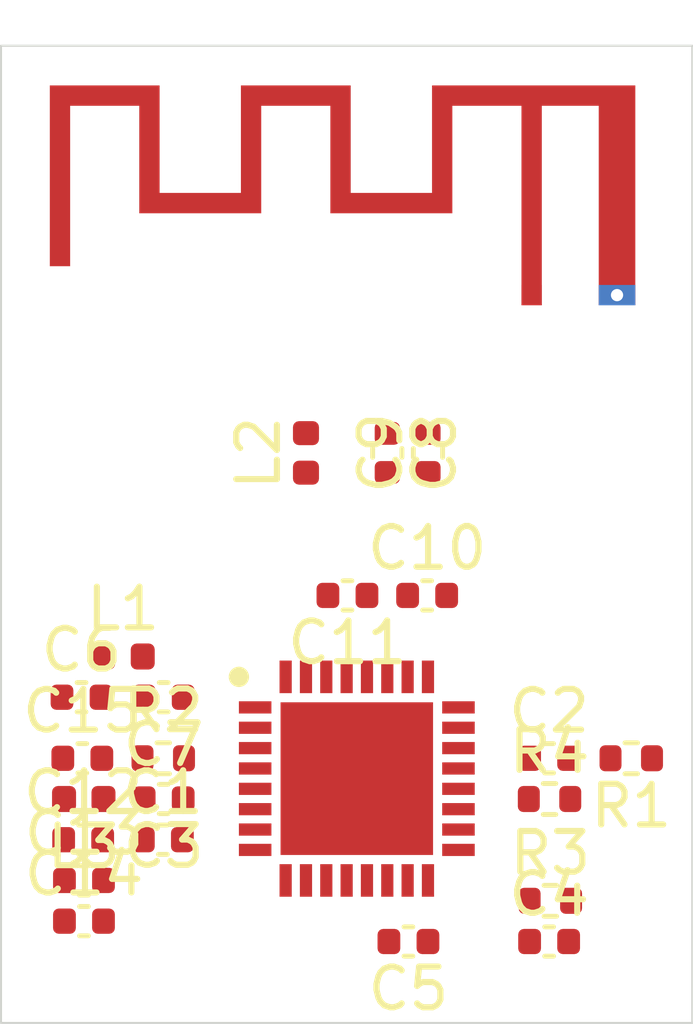
<source format=kicad_pcb>
(kicad_pcb (version 20240108) (generator "pcbnew") (generator_version "8.0")
  (layers (0 "F.Cu" signal) (31 "B.Cu" signal) (34 "B.Paste" user) (35 "F.Paste" user) (36 "B.SilkS" user "B.Silkscreen") (37 "F.SilkS" user "F.Silkscreen") (38 "B.Mask" user) (39 "F.Mask" user) (44 "Edge.Cuts" user))
  (net 0 "")
  (net 1 "GNDREF")
  (net 2 "Net-(AE1-Pad2)")
  (net 3 "Net-(IC1-VDDA1)")
  (net 4 "Net-(IC1-CHIP_PU)")
  (net 5 "Net-(IC1-GPIO13)")
  (net 6 "Net-(IC1-GPIO12)")
  (net 7 "Net-(IC1-ANT)")
  (net 8 "Net-(Y1-X1)")
  (net 9 "Net-(IC1-XTAL_N)")
  (net 10 "Net-(IC1-VDDA3P3_1)")
  (net 13 "Net-(IC1-GPIO9)")
  (net 21 "Net-(IC1-GPIO15)")
  (net 26 "Net-(IC1-XTAL_P)")
  (net 32 "Net-(Q2-B)")
  (footprint "Resistor_SMD:R_0402_1005Metric" (layer "F.Cu") (at 129.51 94)
    (property "Reference" "R3" (at 0 -1.17 360) (layer "F.SilkS"))
    (property "Value" "10 kOhm" (hide yes))
    (fp_line (start -0.153641 -0.38) (end 0.153641 -0.38) (stroke (width 0.12)) (layer "F.SilkS"))
    (fp_line (start -0.153641 0.38) (end 0.153641 0.38) (stroke (width 0.12)) (layer "F.SilkS"))
    (pad "1" smd roundrect (at -0.51 0) (size 0.54 0.64) (layers "F.Cu" "F.Paste" "F.Mask") (net 5 "Net-(IC1-GPIO13)"))
    (pad "2" smd roundrect (at 0.51 0) (size 0.54 0.64) (layers "F.Cu" "F.Paste" "F.Mask") (net 3 "Net-(IC1-VDDA1)"))
  )
  (footprint "Capacitor_SMD:C_0402_1005Metric" (layer "F.Cu") (at 118 90.5)
    (property "Reference" "C15" (at 0 -1.16 0) (layer "F.SilkS"))
    (property "Value" "0.1 uF" (hide yes))
    (fp_line (start -0.107836 -0.36) (end 0.107836 -0.36) (stroke (width 0.12)) (layer "F.SilkS"))
    (fp_line (start -0.107836 0.36) (end 0.107836 0.36) (stroke (width 0.12)) (layer "F.SilkS"))
    (pad "1" smd roundrect (at -0.48 0) (size 0.56 0.62) (layers "F.Cu" "F.Paste" "F.Mask") (net 10 "Net-(IC1-VDDA3P3_1)"))
    (pad "2" smd roundrect (at 0.48 0) (size 0.56 0.62) (layers "F.Cu" "F.Paste" "F.Mask") (net 1 "GNDREF"))
  )
  (footprint "Resistor_SMD:R_0402_1005Metric" (layer "F.Cu") (at 119.99 90.5)
    (property "Reference" "R2" (at 0 -1.17 0) (layer "F.SilkS"))
    (property "Value" "10 kOhm" (hide yes))
    (fp_line (start -0.153641 -0.38) (end 0.153641 -0.38) (stroke (width 0.12)) (layer "F.SilkS"))
    (fp_line (start -0.153641 0.38) (end 0.153641 0.38) (stroke (width 0.12)) (layer "F.SilkS"))
    (pad "1" smd roundrect (at -0.51 0) (size 0.54 0.64) (layers "F.Cu" "F.Paste" "F.Mask") (net 3 "Net-(IC1-VDDA1)"))
    (pad "2" smd roundrect (at 0.51 0) (size 0.54 0.64) (layers "F.Cu" "F.Paste" "F.Mask") (net 4 "Net-(IC1-CHIP_PU)"))
  )
  (footprint "Capacitor_SMD:C_0402_1005Metric" (layer "F.Cu") (at 129.48 95)
    (property "Reference" "C4" (at 0 -1.16 360) (layer "F.SilkS"))
    (property "Value" "0.1 uF" (hide yes))
    (fp_line (start -0.107836 -0.36) (end 0.107836 -0.36) (stroke (width 0.12)) (layer "F.SilkS"))
    (fp_line (start -0.107836 0.36) (end 0.107836 0.36) (stroke (width 0.12)) (layer "F.SilkS"))
    (pad "1" smd roundrect (at -0.48 0) (size 0.56 0.62) (layers "F.Cu" "F.Paste" "F.Mask") (net 5 "Net-(IC1-GPIO13)"))
    (pad "2" smd roundrect (at 0.48 0) (size 0.56 0.62) (layers "F.Cu" "F.Paste" "F.Mask") (net 1 "GNDREF"))
  )
  (footprint "Capacitor_SMD:C_0402_1005Metric" (layer "F.Cu") (at 117.98 89)
    (property "Reference" "C6" (at 0 -1.16 360) (layer "F.SilkS"))
    (property "Value" "1.5 pF" (hide yes))
    (fp_line (start -0.107836 -0.36) (end 0.107836 -0.36) (stroke (width 0.12)) (layer "F.SilkS"))
    (fp_line (start -0.107836 0.36) (end 0.107836 0.36) (stroke (width 0.12)) (layer "F.SilkS"))
    (pad "1" smd roundrect (at -0.48 0) (size 0.56 0.62) (layers "F.Cu" "F.Paste" "F.Mask") (net 2 "Net-(AE1-Pad2)"))
    (pad "2" smd roundrect (at 0.48 0) (size 0.56 0.62) (layers "F.Cu" "F.Paste" "F.Mask") (net 1 "GNDREF"))
  )
  (footprint "ESP32-C6FH4:QFN50P500X500X90-33N" (layer "F.Cu") (at 124.75 91)
    (property "Reference" "IC1" (hide yes))
    (property "Value" "ESP32-C6FH4" (hide yes))
    (fp_circle (center -2.9 -2.5) (end -2.9 -2.375) (stroke (width 0.25)) (fill none) (layer "F.SilkS"))
    (pad "1" smd rect (at -2.5 -1.75 90) (size 0.3 0.8) (layers "F.Cu" "F.Paste" "F.Mask") (net 7 "Net-(IC1-ANT)"))
    (pad "2" smd rect (at -2.5 -1.25 90) (size 0.3 0.8) (layers "F.Cu" "F.Paste" "F.Mask") (net 10 "Net-(IC1-VDDA3P3_1)"))
    (pad "3" smd rect (at -2.5 -0.75 90) (size 0.3 0.8) (layers "F.Cu" "F.Paste" "F.Mask") (net 10 "Net-(IC1-VDDA3P3_1)"))
    (pad "4" smd rect (at -2.5 -0.25 90) (size 0.3 0.8) (layers "F.Cu" "F.Paste" "F.Mask") (net 4 "Net-(IC1-CHIP_PU)"))
    (pad "5" smd rect (at -2.5 0.25 90) (size 0.3 0.8) (layers "F.Cu" "F.Paste" "F.Mask") (net 3 "Net-(IC1-VDDA1)"))
    (pad "6" smd rect (at -2.5 0.75 90) (size 0.3 0.8) (layers "F.Cu" "F.Paste" "F.Mask"))
    (pad "7" smd rect (at -2.5 1.25 90) (size 0.3 0.8) (layers "F.Cu" "F.Paste" "F.Mask"))
    (pad "8" smd rect (at -2.5 1.75 90) (size 0.3 0.8) (layers "F.Cu" "F.Paste" "F.Mask"))
    (pad "9" smd rect (at -1.75 2.5) (size 0.3 0.8) (layers "F.Cu" "F.Paste" "F.Mask"))
    (pad "10" smd rect (at -1.25 2.5) (size 0.3 0.8) (layers "F.Cu" "F.Paste" "F.Mask"))
    (pad "11" smd rect (at -0.75 2.5) (size 0.3 0.8) (layers "F.Cu" "F.Paste" "F.Mask"))
    (pad "12" smd rect (at -0.25 2.5) (size 0.3 0.8) (layers "F.Cu" "F.Paste" "F.Mask"))
    (pad "13" smd rect (at 0.25 2.5) (size 0.3 0.8) (layers "F.Cu" "F.Paste" "F.Mask"))
    (pad "14" smd rect (at 0.75 2.5) (size 0.3 0.8) (layers "F.Cu" "F.Paste" "F.Mask"))
    (pad "15" smd rect (at 1.25 2.5) (size 0.3 0.8) (layers "F.Cu" "F.Paste" "F.Mask") (net 13 "Net-(IC1-GPIO9)"))
    (pad "16" smd rect (at 1.75 2.5) (size 0.3 0.8) (layers "F.Cu" "F.Paste" "F.Mask") (net 6 "Net-(IC1-GPIO12)"))
    (pad "17" smd rect (at 2.5 1.75 90) (size 0.3 0.8) (layers "F.Cu" "F.Paste" "F.Mask") (net 5 "Net-(IC1-GPIO13)"))
    (pad "18" smd rect (at 2.5 1.25 90) (size 0.3 0.8) (layers "F.Cu" "F.Paste" "F.Mask"))
    (pad "19" smd rect (at 2.5 0.75 90) (size 0.3 0.8) (layers "F.Cu" "F.Paste" "F.Mask") (net 21 "Net-(IC1-GPIO15)"))
    (pad "20" smd rect (at 2.5 0.25 90) (size 0.3 0.8) (layers "F.Cu" "F.Paste" "F.Mask") (net 3 "Net-(IC1-VDDA1)"))
    (pad "21" smd rect (at 2.5 -0.25 90) (size 0.3 0.8) (layers "F.Cu" "F.Paste" "F.Mask"))
    (pad "22" smd rect (at 2.5 -0.75 90) (size 0.3 0.8) (layers "F.Cu" "F.Paste" "F.Mask"))
    (pad "23" smd rect (at 2.5 -1.25 90) (size 0.3 0.8) (layers "F.Cu" "F.Paste" "F.Mask"))
    (pad "24" smd rect (at 2.5 -1.75 90) (size 0.3 0.8) (layers "F.Cu" "F.Paste" "F.Mask"))
    (pad "25" smd rect (at 1.75 -2.5) (size 0.3 0.8) (layers "F.Cu" "F.Paste" "F.Mask"))
    (pad "26" smd rect (at 1.25 -2.5) (size 0.3 0.8) (layers "F.Cu" "F.Paste" "F.Mask"))
    (pad "27" smd rect (at 0.75 -2.5) (size 0.3 0.8) (layers "F.Cu" "F.Paste" "F.Mask"))
    (pad "28" smd rect (at 0.25 -2.5) (size 0.3 0.8) (layers "F.Cu" "F.Paste" "F.Mask"))
    (pad "29" smd rect (at -0.25 -2.5) (size 0.3 0.8) (layers "F.Cu" "F.Paste" "F.Mask") (net 3 "Net-(IC1-VDDA1)"))
    (pad "30" smd rect (at -0.75 -2.5) (size 0.3 0.8) (layers "F.Cu" "F.Paste" "F.Mask") (net 9 "Net-(IC1-XTAL_N)"))
    (pad "31" smd rect (at -1.25 -2.5) (size 0.3 0.8) (layers "F.Cu" "F.Paste" "F.Mask") (net 26 "Net-(IC1-XTAL_P)"))
    (pad "32" smd rect (at -1.75 -2.5) (size 0.3 0.8) (layers "F.Cu" "F.Paste" "F.Mask") (net 3 "Net-(IC1-VDDA1)"))
    (pad "33" smd rect (at 0 0) (size 3.75 3.75) (layers "F.Cu" "F.Paste" "F.Mask") (net 1 "GNDREF"))
  )
  (footprint "Capacitor_SMD:C_0402_1005Metric" (layer "F.Cu") (at 118.04 94.5)
    (property "Reference" "C14" (at 0 -1.16 0) (layer "F.SilkS"))
    (property "Value" "10 uF" (hide yes))
    (fp_line (start -0.107836 -0.36) (end 0.107836 -0.36) (stroke (width 0.12)) (layer "F.SilkS"))
    (fp_line (start -0.107836 0.36) (end 0.107836 0.36) (stroke (width 0.12)) (layer "F.SilkS"))
    (pad "1" smd roundrect (at -0.48 0) (size 0.56 0.62) (layers "F.Cu" "F.Paste" "F.Mask") (net 3 "Net-(IC1-VDDA1)"))
    (pad "2" smd roundrect (at 0.48 0) (size 0.56 0.62) (layers "F.Cu" "F.Paste" "F.Mask") (net 1 "GNDREF"))
  )
  (footprint "Capacitor_SMD:C_0402_1005Metric" (layer "F.Cu") (at 129.48 90.5)
    (property "Reference" "C2" (at 0 -1.16 0) (layer "F.SilkS"))
    (property "Value" "0.1 uF" (hide yes))
    (fp_line (start -0.107836 -0.36) (end 0.107836 -0.36) (stroke (width 0.12)) (layer "F.SilkS"))
    (fp_line (start -0.107836 0.36) (end 0.107836 0.36) (stroke (width 0.12)) (layer "F.SilkS"))
    (pad "1" smd roundrect (at -0.48 0) (size 0.56 0.62) (layers "F.Cu" "F.Paste" "F.Mask") (net 3 "Net-(IC1-VDDA1)"))
    (pad "2" smd roundrect (at 0.48 0) (size 0.56 0.62) (layers "F.Cu" "F.Paste" "F.Mask") (net 1 "GNDREF"))
  )
  (footprint "Capacitor_SMD:C_0402_1005Metric" (layer "F.Cu") (at 126.5 83 90)
    (property "Reference" "C9" (at 0 -1.16 270) (layer "F.SilkS"))
    (property "Value" "TBD" (hide yes))
    (fp_line (start -0.107836 -0.36) (end 0.107836 -0.36) (stroke (width 0.12)) (layer "F.SilkS"))
    (fp_line (start -0.107836 0.36) (end 0.107836 0.36) (stroke (width 0.12)) (layer "F.SilkS"))
    (pad "1" smd roundrect (at -0.48 0 90) (size 0.56 0.62) (layers "F.Cu" "F.Paste" "F.Mask") (net 9 "Net-(IC1-XTAL_N)"))
    (pad "2" smd roundrect (at 0.48 0 90) (size 0.56 0.62) (layers "F.Cu" "F.Paste" "F.Mask") (net 1 "GNDREF"))
  )
  (footprint "Capacitor_SMD:C_0402_1005Metric" (layer "F.Cu") (at 118.02 92.5)
    (property "Reference" "C12" (at 0 -1.16 0) (layer "F.SilkS"))
    (property "Value" "1 uF" (hide yes))
    (fp_line (start -0.107836 -0.36) (end 0.107836 -0.36) (stroke (width 0.12)) (layer "F.SilkS"))
    (fp_line (start -0.107836 0.36) (end 0.107836 0.36) (stroke (width 0.12)) (layer "F.SilkS"))
    (pad "1" smd roundrect (at -0.48 0) (size 0.56 0.62) (layers "F.Cu" "F.Paste" "F.Mask") (net 3 "Net-(IC1-VDDA1)"))
    (pad "2" smd roundrect (at 0.48 0) (size 0.56 0.62) (layers "F.Cu" "F.Paste" "F.Mask") (net 1 "GNDREF"))
  )
  (footprint "Capacitor_SMD:C_0402_1005Metric" (layer "F.Cu") (at 124.52 86.5 180)
    (property "Reference" "C11" (at 0 -1.16 180) (layer "F.SilkS"))
    (property "Value" "1 uF" (hide yes))
    (fp_line (start -0.107836 0.36) (end 0.107836 0.36) (stroke (width 0.12)) (layer "F.SilkS"))
    (fp_line (start -0.107836 -0.36) (end 0.107836 -0.36) (stroke (width 0.12)) (layer "F.SilkS"))
    (pad "1" smd roundrect (at -0.48 0 180) (size 0.56 0.62) (layers "F.Cu" "F.Paste" "F.Mask") (net 3 "Net-(IC1-VDDA1)"))
    (pad "2" smd roundrect (at 0.48 0 180) (size 0.56 0.62) (layers "F.Cu" "F.Paste" "F.Mask") (net 1 "GNDREF"))
  )
  (footprint "Resistor_SMD:R_0402_1005Metric" (layer "F.Cu") (at 129.49 91.5)
    (property "Reference" "R4" (at 0 -1.17 360) (layer "F.SilkS"))
    (property "Value" "10 kOhm" (hide yes))
    (fp_line (start -0.153641 -0.38) (end 0.153641 -0.38) (stroke (width 0.12)) (layer "F.SilkS"))
    (fp_line (start -0.153641 0.38) (end 0.153641 0.38) (stroke (width 0.12)) (layer "F.SilkS"))
    (pad "1" smd roundrect (at -0.51 0) (size 0.54 0.64) (layers "F.Cu" "F.Paste" "F.Mask") (net 3 "Net-(IC1-VDDA1)"))
    (pad "2" smd roundrect (at 0.51 0) (size 0.54 0.64) (layers "F.Cu" "F.Paste" "F.Mask") (net 21 "Net-(IC1-GPIO15)"))
  )
  (footprint "Capacitor_SMD:C_0402_1005Metric" (layer "F.Cu") (at 126.48 86.5)
    (property "Reference" "C10" (at 0 -1.16 0) (layer "F.SilkS"))
    (property "Value" "10 nF")
    (fp_line (start -0.107836 -0.36) (end 0.107836 -0.36) (stroke (width 0.12)) (layer "F.SilkS"))
    (fp_line (start -0.107836 0.36) (end 0.107836 0.36) (stroke (width 0.12)) (layer "F.SilkS"))
    (pad "1" smd roundrect (at -0.48 0) (size 0.56 0.62) (layers "F.Cu" "F.Paste" "F.Mask") (net 3 "Net-(IC1-VDDA1)"))
    (pad "2" smd roundrect (at 0.48 0) (size 0.56 0.62) (layers "F.Cu" "F.Paste" "F.Mask") (net 1 "GNDREF"))
  )
  (footprint "Resistor_SMD:R_0402_1005Metric" (layer "F.Cu") (at 131.5 90.5 180)
    (property "Reference" "R1" (at 0 -1.17 180) (layer "F.SilkS"))
    (property "Value" "10 kOhm" (hide yes))
    (fp_line (start -0.153641 0.38) (end 0.153641 0.38) (stroke (width 0.12)) (layer "F.SilkS"))
    (fp_line (start -0.153641 -0.38) (end 0.153641 -0.38) (stroke (width 0.12)) (layer "F.SilkS"))
    (pad "1" smd roundrect (at -0.51 0 180) (size 0.54 0.64) (layers "F.Cu" "F.Paste" "F.Mask") (net 32 "Net-(Q2-B)"))
    (pad "2" smd roundrect (at 0.51 0 180) (size 0.54 0.64) (layers "F.Cu" "F.Paste" "F.Mask") (net 21 "Net-(IC1-GPIO15)"))
  )
  (footprint "Capacitor_SMD:C_0402_1005Metric" (layer "F.Cu") (at 119.98 92.5)
    (property "Reference" "C1" (at 0 -1.16 0) (layer "F.SilkS"))
    (property "Value" "0.1 uF" (hide yes))
    (fp_line (start -0.107836 -0.36) (end 0.107836 -0.36) (stroke (width 0.12)) (layer "F.SilkS"))
    (fp_line (start -0.107836 0.36) (end 0.107836 0.36) (stroke (width 0.12)) (layer "F.SilkS"))
    (pad "1" smd roundrect (at -0.48 0) (size 0.56 0.62) (layers "F.Cu" "F.Paste" "F.Mask") (net 3 "Net-(IC1-VDDA1)"))
    (pad "2" smd roundrect (at 0.48 0) (size 0.56 0.62) (layers "F.Cu" "F.Paste" "F.Mask") (net 1 "GNDREF"))
  )
  (footprint "RF_Antenna:Texas_SWRA117D_2.4GHz_Left" (layer "F.Cu") (at 129.05 79.125)
    (property "Reference" "AE1" (hide yes))
    (property "Value" "Antenna_Dipole" (hide yes))
    (fp_poly (pts (xy -2.45 -2.51) (xy -4.45 -2.51) (xy -4.45 -5.15) (xy -7.15 -5.15) (xy -7.15 -2.51) (xy -9.15 -2.51) (xy -9.15 -5.15) (xy -11.85 -5.15) (xy -11.85 -0.71) (xy -11.35 -0.71) (xy -11.35 -4.65) (xy -9.65 -4.65) (xy -9.65 -2.01) (xy -6.65 -2.01) (xy -6.65 -4.65) (xy -4.95 -4.65) (xy -4.95 -2.01) (xy -1.95 -2.01) (xy -1.95 -4.65) (xy -0.25 -4.65) (xy -0.25 0.25) (xy 0.25 0.25) (xy 0.25 -4.65) (xy 1.65 -4.65) (xy 1.65 0.25) (xy 2.55 0.25) (xy 2.55 0.006785) (xy 2.247583 0.006785) (xy 2.237742 0.054395) (xy 2.213674 0.096797) (xy 2.175731 0.129581) (xy 2.167819 0.133935) (xy 2.125156 0.146043) (xy 2.076637 0.1453) (xy 2.031122 0.1324) (xy 2.012511 0.121787) (xy 1.978868 0.086553) (xy 1.958309 0.041368) (xy 1.951778 -0.008158) (xy 1.960218 -0.056417) (xy 1.977112 -0.088643) (xy 2.012372 -0.121313) (xy 2.057682 -0.141408) (xy 2.107267 -0.147982) (xy 2.155353 -0.140092) (xy 2.188245 -0.123186) (xy 2.223185 -0.086416) (xy 2.242847 -0.041622) (xy 2.247583 0.006785) (xy 2.55 0.006785) (xy 2.55 -5.15) (xy -2.45 -5.15) (xy -2.45 -2.51)) (fill solid) (layer "F.Cu"))
    (pad "1" connect rect (at 0 0) (size 0.5 0.5) (layers "F.Cu") (net 1 "GNDREF"))
    (pad "2" thru_hole rect (at 2.1 0) (size 0.9 0.5) (drill 0.3) (layers "*.Cu") (net 2 "Net-(AE1-Pad2)"))
  )
  (footprint "Inductor_SMD:L_0402_1005Metric" (layer "F.Cu") (at 123.5 83 90)
    (property "Reference" "L2" (at 0 -1.17 270) (layer "F.SilkS"))
    (property "Value" "24 nH")
    (pad "1" smd roundrect (at -0.485 0 90) (size 0.59 0.64) (layers "F.Cu" "F.Paste" "F.Mask") (net 26 "Net-(IC1-XTAL_P)"))
    (pad "2" smd roundrect (at 0.485 0 90) (size 0.59 0.64) (layers "F.Cu" "F.Paste" "F.Mask") (net 8 "Net-(Y1-X1)"))
  )
  (footprint "Capacitor_SMD:C_0402_1005Metric" (layer "F.Cu") (at 126.02 95 180)
    (property "Reference" "C5" (at 0 -1.16 180) (layer "F.SilkS"))
    (property "Value" "0.1 uF" (hide yes))
    (fp_line (start -0.107836 0.36) (end 0.107836 0.36) (stroke (width 0.12)) (layer "F.SilkS"))
    (fp_line (start -0.107836 -0.36) (end 0.107836 -0.36) (stroke (width 0.12)) (layer "F.SilkS"))
    (pad "1" smd roundrect (at -0.48 0 180) (size 0.56 0.62) (layers "F.Cu" "F.Paste" "F.Mask") (net 6 "Net-(IC1-GPIO12)"))
    (pad "2" smd roundrect (at 0.48 0 180) (size 0.56 0.62) (layers "F.Cu" "F.Paste" "F.Mask") (net 1 "GNDREF"))
  )
  (footprint "Inductor_SMD:L_0402_1005Metric" (layer "F.Cu") (at 118.035 91.5 180)
    (property "Reference" "L3" (at 0 -1.17 180) (layer "F.SilkS"))
    (property "Value" "2 nH" (hide yes))
    (pad "1" smd roundrect (at -0.485 0 180) (size 0.59 0.64) (layers "F.Cu" "F.Paste" "F.Mask") (net 3 "Net-(IC1-VDDA1)"))
    (pad "2" smd roundrect (at 0.485 0 180) (size 0.59 0.64) (layers "F.Cu" "F.Paste" "F.Mask") (net 10 "Net-(IC1-VDDA3P3_1)"))
  )
  (footprint "Capacitor_SMD:C_0402_1005Metric" (layer "F.Cu") (at 120 91.5 180)
    (property "Reference" "C3" (at 0 -1.16 180) (layer "F.SilkS"))
    (property "Value" "1 uF" (hide yes))
    (fp_line (start -0.107836 0.36) (end 0.107836 0.36) (stroke (width 0.12)) (layer "F.SilkS"))
    (fp_line (start -0.107836 -0.36) (end 0.107836 -0.36) (stroke (width 0.12)) (layer "F.SilkS"))
    (pad "1" smd roundrect (at -0.48 0 180) (size 0.56 0.62) (layers "F.Cu" "F.Paste" "F.Mask") (net 4 "Net-(IC1-CHIP_PU)"))
    (pad "2" smd roundrect (at 0.48 0 180) (size 0.56 0.62) (layers "F.Cu" "F.Paste" "F.Mask") (net 1 "GNDREF"))
  )
  (footprint "Capacitor_SMD:C_0402_1005Metric" (layer "F.Cu") (at 118.04 93.5)
    (property "Reference" "C13" (at 0 -1.16 0) (layer "F.SilkS"))
    (property "Value" "0.1 uF" (hide yes))
    (fp_line (start -0.107836 -0.36) (end 0.107836 -0.36) (stroke (width 0.12)) (layer "F.SilkS"))
    (fp_line (start -0.107836 0.36) (end 0.107836 0.36) (stroke (width 0.12)) (layer "F.SilkS"))
    (pad "1" smd roundrect (at -0.48 0) (size 0.56 0.62) (layers "F.Cu" "F.Paste" "F.Mask") (net 3 "Net-(IC1-VDDA1)"))
    (pad "2" smd roundrect (at 0.48 0) (size 0.56 0.62) (layers "F.Cu" "F.Paste" "F.Mask") (net 1 "GNDREF"))
  )
  (footprint "Capacitor_SMD:C_0402_1005Metric" (layer "F.Cu") (at 120 89 180)
    (property "Reference" "C7" (at 0 -1.16 180) (layer "F.SilkS"))
    (property "Value" "1.5 pF" (hide yes))
    (fp_line (start -0.107836 0.36) (end 0.107836 0.36) (stroke (width 0.12)) (layer "F.SilkS"))
    (fp_line (start -0.107836 -0.36) (end 0.107836 -0.36) (stroke (width 0.12)) (layer "F.SilkS"))
    (pad "1" smd roundrect (at -0.48 0 180) (size 0.56 0.62) (layers "F.Cu" "F.Paste" "F.Mask") (net 7 "Net-(IC1-ANT)"))
    (pad "2" smd roundrect (at 0.48 0 180) (size 0.56 0.62) (layers "F.Cu" "F.Paste" "F.Mask") (net 1 "GNDREF"))
  )
  (footprint "Capacitor_SMD:C_0402_1005Metric" (layer "F.Cu") (at 125.5 83 -90)
    (property "Reference" "C8" (at 0 -1.16 90) (layer "F.SilkS"))
    (property "Value" "TBD" (hide yes))
    (fp_line (start -0.107836 0.36) (end 0.107836 0.36) (stroke (width 0.12)) (layer "F.SilkS"))
    (fp_line (start -0.107836 -0.36) (end 0.107836 -0.36) (stroke (width 0.12)) (layer "F.SilkS"))
    (pad "1" smd roundrect (at -0.48 0 270) (size 0.56 0.62) (layers "F.Cu" "F.Paste" "F.Mask") (net 8 "Net-(Y1-X1)"))
    (pad "2" smd roundrect (at 0.48 0 270) (size 0.56 0.62) (layers "F.Cu" "F.Paste" "F.Mask") (net 1 "GNDREF"))
  )
  (footprint "Inductor_SMD:L_0402_1005Metric" (layer "F.Cu") (at 119 88)
    (property "Reference" "L1" (at 0 -1.17 360) (layer "F.SilkS"))
    (property "Value" "2.7 nH" (hide yes))
    (pad "1" smd roundrect (at -0.485 0) (size 0.59 0.64) (layers "F.Cu" "F.Paste" "F.Mask") (net 2 "Net-(AE1-Pad2)"))
    (pad "2" smd roundrect (at 0.485 0) (size 0.59 0.64) (layers "F.Cu" "F.Paste" "F.Mask") (net 7 "Net-(IC1-ANT)"))
  )
  (gr_rect (start 116 73) (end 133 97) (stroke (width 0.05)) (fill none) (layer "Edge.Cuts"))
)
</source>
